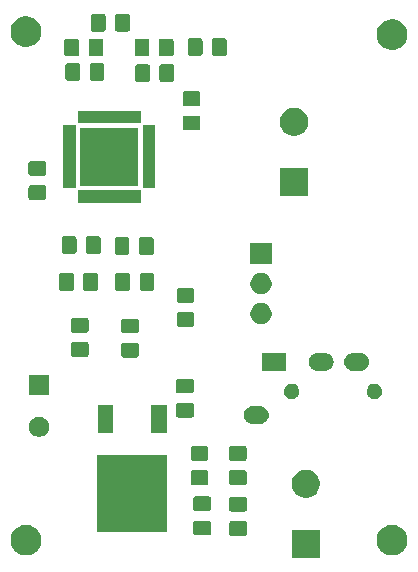
<source format=gbr>
G04 #@! TF.GenerationSoftware,KiCad,Pcbnew,(5.1.6)-1*
G04 #@! TF.CreationDate,2020-12-04T23:27:41-06:00*
G04 #@! TF.ProjectId,AmpOnly,416d704f-6e6c-4792-9e6b-696361645f70,rev?*
G04 #@! TF.SameCoordinates,Original*
G04 #@! TF.FileFunction,Soldermask,Bot*
G04 #@! TF.FilePolarity,Negative*
%FSLAX46Y46*%
G04 Gerber Fmt 4.6, Leading zero omitted, Abs format (unit mm)*
G04 Created by KiCad (PCBNEW (5.1.6)-1) date 2020-12-04 23:27:41*
%MOMM*%
%LPD*%
G01*
G04 APERTURE LIST*
%ADD10C,0.100000*%
G04 APERTURE END LIST*
D10*
G36*
X144994000Y-130844000D02*
G01*
X142606000Y-130844000D01*
X142606000Y-128456000D01*
X144994000Y-128456000D01*
X144994000Y-130844000D01*
G37*
G36*
X120479487Y-128098996D02*
G01*
X120716253Y-128197068D01*
X120716255Y-128197069D01*
X120929339Y-128339447D01*
X121110553Y-128520661D01*
X121249430Y-128728505D01*
X121252932Y-128733747D01*
X121351004Y-128970513D01*
X121401000Y-129221861D01*
X121401000Y-129478139D01*
X121351004Y-129729487D01*
X121252932Y-129966253D01*
X121252931Y-129966255D01*
X121110553Y-130179339D01*
X120929339Y-130360553D01*
X120716255Y-130502931D01*
X120716254Y-130502932D01*
X120716253Y-130502932D01*
X120479487Y-130601004D01*
X120228139Y-130651000D01*
X119971861Y-130651000D01*
X119720513Y-130601004D01*
X119483747Y-130502932D01*
X119483746Y-130502932D01*
X119483745Y-130502931D01*
X119270661Y-130360553D01*
X119089447Y-130179339D01*
X118947069Y-129966255D01*
X118947068Y-129966253D01*
X118848996Y-129729487D01*
X118799000Y-129478139D01*
X118799000Y-129221861D01*
X118848996Y-128970513D01*
X118947068Y-128733747D01*
X118950571Y-128728505D01*
X119089447Y-128520661D01*
X119270661Y-128339447D01*
X119483745Y-128197069D01*
X119483747Y-128197068D01*
X119720513Y-128098996D01*
X119971861Y-128049000D01*
X120228139Y-128049000D01*
X120479487Y-128098996D01*
G37*
G36*
X151479487Y-128098996D02*
G01*
X151716253Y-128197068D01*
X151716255Y-128197069D01*
X151929339Y-128339447D01*
X152110553Y-128520661D01*
X152249430Y-128728505D01*
X152252932Y-128733747D01*
X152351004Y-128970513D01*
X152401000Y-129221861D01*
X152401000Y-129478139D01*
X152351004Y-129729487D01*
X152252932Y-129966253D01*
X152252931Y-129966255D01*
X152110553Y-130179339D01*
X151929339Y-130360553D01*
X151716255Y-130502931D01*
X151716254Y-130502932D01*
X151716253Y-130502932D01*
X151479487Y-130601004D01*
X151228139Y-130651000D01*
X150971861Y-130651000D01*
X150720513Y-130601004D01*
X150483747Y-130502932D01*
X150483746Y-130502932D01*
X150483745Y-130502931D01*
X150270661Y-130360553D01*
X150089447Y-130179339D01*
X149947069Y-129966255D01*
X149947068Y-129966253D01*
X149848996Y-129729487D01*
X149799000Y-129478139D01*
X149799000Y-129221861D01*
X149848996Y-128970513D01*
X149947068Y-128733747D01*
X149950571Y-128728505D01*
X150089447Y-128520661D01*
X150270661Y-128339447D01*
X150483745Y-128197069D01*
X150483747Y-128197068D01*
X150720513Y-128098996D01*
X150971861Y-128049000D01*
X151228139Y-128049000D01*
X151479487Y-128098996D01*
G37*
G36*
X138649994Y-127740685D02*
G01*
X138687687Y-127752119D01*
X138722423Y-127770686D01*
X138752868Y-127795672D01*
X138777854Y-127826117D01*
X138796421Y-127860853D01*
X138807855Y-127898546D01*
X138812320Y-127943881D01*
X138812320Y-128780559D01*
X138807855Y-128825894D01*
X138796421Y-128863587D01*
X138777854Y-128898323D01*
X138752868Y-128928768D01*
X138722423Y-128953754D01*
X138687687Y-128972321D01*
X138649994Y-128983755D01*
X138604659Y-128988220D01*
X137517981Y-128988220D01*
X137472646Y-128983755D01*
X137434953Y-128972321D01*
X137400217Y-128953754D01*
X137369772Y-128928768D01*
X137344786Y-128898323D01*
X137326219Y-128863587D01*
X137314785Y-128825894D01*
X137310320Y-128780559D01*
X137310320Y-127943881D01*
X137314785Y-127898546D01*
X137326219Y-127860853D01*
X137344786Y-127826117D01*
X137369772Y-127795672D01*
X137400217Y-127770686D01*
X137434953Y-127752119D01*
X137472646Y-127740685D01*
X137517981Y-127736220D01*
X138604659Y-127736220D01*
X138649994Y-127740685D01*
G37*
G36*
X135604534Y-127700045D02*
G01*
X135642227Y-127711479D01*
X135676963Y-127730046D01*
X135707408Y-127755032D01*
X135732394Y-127785477D01*
X135750961Y-127820213D01*
X135762395Y-127857906D01*
X135766860Y-127903241D01*
X135766860Y-128739919D01*
X135762395Y-128785254D01*
X135750961Y-128822947D01*
X135732394Y-128857683D01*
X135707408Y-128888128D01*
X135676963Y-128913114D01*
X135642227Y-128931681D01*
X135604534Y-128943115D01*
X135559199Y-128947580D01*
X134472521Y-128947580D01*
X134427186Y-128943115D01*
X134389493Y-128931681D01*
X134354757Y-128913114D01*
X134324312Y-128888128D01*
X134299326Y-128857683D01*
X134280759Y-128822947D01*
X134269325Y-128785254D01*
X134264860Y-128739919D01*
X134264860Y-127903241D01*
X134269325Y-127857906D01*
X134280759Y-127820213D01*
X134299326Y-127785477D01*
X134324312Y-127755032D01*
X134354757Y-127730046D01*
X134389493Y-127711479D01*
X134427186Y-127700045D01*
X134472521Y-127695580D01*
X135559199Y-127695580D01*
X135604534Y-127700045D01*
G37*
G36*
X132051000Y-128651000D02*
G01*
X126149000Y-128651000D01*
X126149000Y-122149000D01*
X132051000Y-122149000D01*
X132051000Y-128651000D01*
G37*
G36*
X138649994Y-125690685D02*
G01*
X138687687Y-125702119D01*
X138722423Y-125720686D01*
X138752868Y-125745672D01*
X138777854Y-125776117D01*
X138796421Y-125810853D01*
X138807855Y-125848546D01*
X138812320Y-125893881D01*
X138812320Y-126730559D01*
X138807855Y-126775894D01*
X138796421Y-126813587D01*
X138777854Y-126848323D01*
X138752868Y-126878768D01*
X138722423Y-126903754D01*
X138687687Y-126922321D01*
X138649994Y-126933755D01*
X138604659Y-126938220D01*
X137517981Y-126938220D01*
X137472646Y-126933755D01*
X137434953Y-126922321D01*
X137400217Y-126903754D01*
X137369772Y-126878768D01*
X137344786Y-126848323D01*
X137326219Y-126813587D01*
X137314785Y-126775894D01*
X137310320Y-126730559D01*
X137310320Y-125893881D01*
X137314785Y-125848546D01*
X137326219Y-125810853D01*
X137344786Y-125776117D01*
X137369772Y-125745672D01*
X137400217Y-125720686D01*
X137434953Y-125702119D01*
X137472646Y-125690685D01*
X137517981Y-125686220D01*
X138604659Y-125686220D01*
X138649994Y-125690685D01*
G37*
G36*
X135604534Y-125650045D02*
G01*
X135642227Y-125661479D01*
X135676963Y-125680046D01*
X135707408Y-125705032D01*
X135732394Y-125735477D01*
X135750961Y-125770213D01*
X135762395Y-125807906D01*
X135766860Y-125853241D01*
X135766860Y-126689919D01*
X135762395Y-126735254D01*
X135750961Y-126772947D01*
X135732394Y-126807683D01*
X135707408Y-126838128D01*
X135676963Y-126863114D01*
X135642227Y-126881681D01*
X135604534Y-126893115D01*
X135559199Y-126897580D01*
X134472521Y-126897580D01*
X134427186Y-126893115D01*
X134389493Y-126881681D01*
X134354757Y-126863114D01*
X134324312Y-126838128D01*
X134299326Y-126807683D01*
X134280759Y-126772947D01*
X134269325Y-126735254D01*
X134264860Y-126689919D01*
X134264860Y-125853241D01*
X134269325Y-125807906D01*
X134280759Y-125770213D01*
X134299326Y-125735477D01*
X134324312Y-125705032D01*
X134354757Y-125680046D01*
X134389493Y-125661479D01*
X134427186Y-125650045D01*
X134472521Y-125645580D01*
X135559199Y-125645580D01*
X135604534Y-125650045D01*
G37*
G36*
X144148276Y-123421884D02*
G01*
X144365569Y-123511890D01*
X144365571Y-123511891D01*
X144374739Y-123518017D01*
X144561130Y-123642560D01*
X144727440Y-123808870D01*
X144858110Y-124004431D01*
X144948116Y-124221724D01*
X144994000Y-124452400D01*
X144994000Y-124687600D01*
X144948116Y-124918276D01*
X144858110Y-125135569D01*
X144858109Y-125135571D01*
X144727440Y-125331130D01*
X144561130Y-125497440D01*
X144365571Y-125628109D01*
X144365570Y-125628110D01*
X144365569Y-125628110D01*
X144148276Y-125718116D01*
X143917600Y-125764000D01*
X143682400Y-125764000D01*
X143451724Y-125718116D01*
X143234431Y-125628110D01*
X143234430Y-125628110D01*
X143234429Y-125628109D01*
X143038870Y-125497440D01*
X142872560Y-125331130D01*
X142741891Y-125135571D01*
X142741890Y-125135569D01*
X142651884Y-124918276D01*
X142606000Y-124687600D01*
X142606000Y-124452400D01*
X142651884Y-124221724D01*
X142741890Y-124004431D01*
X142872560Y-123808870D01*
X143038870Y-123642560D01*
X143225261Y-123518017D01*
X143234429Y-123511891D01*
X143234431Y-123511890D01*
X143451724Y-123421884D01*
X143682400Y-123376000D01*
X143917600Y-123376000D01*
X144148276Y-123421884D01*
G37*
G36*
X135394714Y-123432585D02*
G01*
X135432407Y-123444019D01*
X135467143Y-123462586D01*
X135497588Y-123487572D01*
X135522574Y-123518017D01*
X135541141Y-123552753D01*
X135552575Y-123590446D01*
X135557040Y-123635781D01*
X135557040Y-124472459D01*
X135552575Y-124517794D01*
X135541141Y-124555487D01*
X135522574Y-124590223D01*
X135497588Y-124620668D01*
X135467143Y-124645654D01*
X135432407Y-124664221D01*
X135394714Y-124675655D01*
X135349379Y-124680120D01*
X134262701Y-124680120D01*
X134217366Y-124675655D01*
X134179673Y-124664221D01*
X134144937Y-124645654D01*
X134114492Y-124620668D01*
X134089506Y-124590223D01*
X134070939Y-124555487D01*
X134059505Y-124517794D01*
X134055040Y-124472459D01*
X134055040Y-123635781D01*
X134059505Y-123590446D01*
X134070939Y-123552753D01*
X134089506Y-123518017D01*
X134114492Y-123487572D01*
X134144937Y-123462586D01*
X134179673Y-123444019D01*
X134217366Y-123432585D01*
X134262701Y-123428120D01*
X135349379Y-123428120D01*
X135394714Y-123432585D01*
G37*
G36*
X138620514Y-123432585D02*
G01*
X138658207Y-123444019D01*
X138692943Y-123462586D01*
X138723388Y-123487572D01*
X138748374Y-123518017D01*
X138766941Y-123552753D01*
X138778375Y-123590446D01*
X138782840Y-123635781D01*
X138782840Y-124472459D01*
X138778375Y-124517794D01*
X138766941Y-124555487D01*
X138748374Y-124590223D01*
X138723388Y-124620668D01*
X138692943Y-124645654D01*
X138658207Y-124664221D01*
X138620514Y-124675655D01*
X138575179Y-124680120D01*
X137488501Y-124680120D01*
X137443166Y-124675655D01*
X137405473Y-124664221D01*
X137370737Y-124645654D01*
X137340292Y-124620668D01*
X137315306Y-124590223D01*
X137296739Y-124555487D01*
X137285305Y-124517794D01*
X137280840Y-124472459D01*
X137280840Y-123635781D01*
X137285305Y-123590446D01*
X137296739Y-123552753D01*
X137315306Y-123518017D01*
X137340292Y-123487572D01*
X137370737Y-123462586D01*
X137405473Y-123444019D01*
X137443166Y-123432585D01*
X137488501Y-123428120D01*
X138575179Y-123428120D01*
X138620514Y-123432585D01*
G37*
G36*
X135394714Y-121382585D02*
G01*
X135432407Y-121394019D01*
X135467143Y-121412586D01*
X135497588Y-121437572D01*
X135522574Y-121468017D01*
X135541141Y-121502753D01*
X135552575Y-121540446D01*
X135557040Y-121585781D01*
X135557040Y-122422459D01*
X135552575Y-122467794D01*
X135541141Y-122505487D01*
X135522574Y-122540223D01*
X135497588Y-122570668D01*
X135467143Y-122595654D01*
X135432407Y-122614221D01*
X135394714Y-122625655D01*
X135349379Y-122630120D01*
X134262701Y-122630120D01*
X134217366Y-122625655D01*
X134179673Y-122614221D01*
X134144937Y-122595654D01*
X134114492Y-122570668D01*
X134089506Y-122540223D01*
X134070939Y-122505487D01*
X134059505Y-122467794D01*
X134055040Y-122422459D01*
X134055040Y-121585781D01*
X134059505Y-121540446D01*
X134070939Y-121502753D01*
X134089506Y-121468017D01*
X134114492Y-121437572D01*
X134144937Y-121412586D01*
X134179673Y-121394019D01*
X134217366Y-121382585D01*
X134262701Y-121378120D01*
X135349379Y-121378120D01*
X135394714Y-121382585D01*
G37*
G36*
X138620514Y-121382585D02*
G01*
X138658207Y-121394019D01*
X138692943Y-121412586D01*
X138723388Y-121437572D01*
X138748374Y-121468017D01*
X138766941Y-121502753D01*
X138778375Y-121540446D01*
X138782840Y-121585781D01*
X138782840Y-122422459D01*
X138778375Y-122467794D01*
X138766941Y-122505487D01*
X138748374Y-122540223D01*
X138723388Y-122570668D01*
X138692943Y-122595654D01*
X138658207Y-122614221D01*
X138620514Y-122625655D01*
X138575179Y-122630120D01*
X137488501Y-122630120D01*
X137443166Y-122625655D01*
X137405473Y-122614221D01*
X137370737Y-122595654D01*
X137340292Y-122570668D01*
X137315306Y-122540223D01*
X137296739Y-122505487D01*
X137285305Y-122467794D01*
X137280840Y-122422459D01*
X137280840Y-121585781D01*
X137285305Y-121540446D01*
X137296739Y-121502753D01*
X137315306Y-121468017D01*
X137340292Y-121437572D01*
X137370737Y-121412586D01*
X137405473Y-121394019D01*
X137443166Y-121382585D01*
X137488501Y-121378120D01*
X138575179Y-121378120D01*
X138620514Y-121382585D01*
G37*
G36*
X121448228Y-118931703D02*
G01*
X121603100Y-118995853D01*
X121742481Y-119088985D01*
X121861015Y-119207519D01*
X121954147Y-119346900D01*
X122018297Y-119501772D01*
X122051000Y-119666184D01*
X122051000Y-119833816D01*
X122018297Y-119998228D01*
X121954147Y-120153100D01*
X121861015Y-120292481D01*
X121742481Y-120411015D01*
X121603100Y-120504147D01*
X121448228Y-120568297D01*
X121283816Y-120601000D01*
X121116184Y-120601000D01*
X120951772Y-120568297D01*
X120796900Y-120504147D01*
X120657519Y-120411015D01*
X120538985Y-120292481D01*
X120445853Y-120153100D01*
X120381703Y-119998228D01*
X120349000Y-119833816D01*
X120349000Y-119666184D01*
X120381703Y-119501772D01*
X120445853Y-119346900D01*
X120538985Y-119207519D01*
X120657519Y-119088985D01*
X120796900Y-118995853D01*
X120951772Y-118931703D01*
X121116184Y-118899000D01*
X121283816Y-118899000D01*
X121448228Y-118931703D01*
G37*
G36*
X127471000Y-120251000D02*
G01*
X126169000Y-120251000D01*
X126169000Y-117949000D01*
X127471000Y-117949000D01*
X127471000Y-120251000D01*
G37*
G36*
X132031000Y-120251000D02*
G01*
X130729000Y-120251000D01*
X130729000Y-117949000D01*
X132031000Y-117949000D01*
X132031000Y-120251000D01*
G37*
G36*
X139973665Y-118002622D02*
G01*
X140047222Y-118009867D01*
X140188786Y-118052810D01*
X140319252Y-118122546D01*
X140349040Y-118146992D01*
X140433607Y-118216393D01*
X140503008Y-118300960D01*
X140527454Y-118330748D01*
X140597190Y-118461214D01*
X140640133Y-118602778D01*
X140654633Y-118750000D01*
X140640133Y-118897222D01*
X140597190Y-119038786D01*
X140527454Y-119169252D01*
X140503008Y-119199040D01*
X140433607Y-119283607D01*
X140349040Y-119353008D01*
X140319252Y-119377454D01*
X140188786Y-119447190D01*
X140047222Y-119490133D01*
X139973665Y-119497378D01*
X139936888Y-119501000D01*
X139263112Y-119501000D01*
X139226335Y-119497378D01*
X139152778Y-119490133D01*
X139011214Y-119447190D01*
X138880748Y-119377454D01*
X138850960Y-119353008D01*
X138766393Y-119283607D01*
X138696992Y-119199040D01*
X138672546Y-119169252D01*
X138602810Y-119038786D01*
X138559867Y-118897222D01*
X138545367Y-118750000D01*
X138559867Y-118602778D01*
X138602810Y-118461214D01*
X138672546Y-118330748D01*
X138696992Y-118300960D01*
X138766393Y-118216393D01*
X138850960Y-118146992D01*
X138880748Y-118122546D01*
X139011214Y-118052810D01*
X139152778Y-118009867D01*
X139226335Y-118002622D01*
X139263112Y-117999000D01*
X139936888Y-117999000D01*
X139973665Y-118002622D01*
G37*
G36*
X134153874Y-117727065D02*
G01*
X134191567Y-117738499D01*
X134226303Y-117757066D01*
X134256748Y-117782052D01*
X134281734Y-117812497D01*
X134300301Y-117847233D01*
X134311735Y-117884926D01*
X134316200Y-117930261D01*
X134316200Y-118766939D01*
X134311735Y-118812274D01*
X134300301Y-118849967D01*
X134281734Y-118884703D01*
X134256748Y-118915148D01*
X134226303Y-118940134D01*
X134191567Y-118958701D01*
X134153874Y-118970135D01*
X134108539Y-118974600D01*
X133021861Y-118974600D01*
X132976526Y-118970135D01*
X132938833Y-118958701D01*
X132904097Y-118940134D01*
X132873652Y-118915148D01*
X132848666Y-118884703D01*
X132830099Y-118849967D01*
X132818665Y-118812274D01*
X132814200Y-118766939D01*
X132814200Y-117930261D01*
X132818665Y-117884926D01*
X132830099Y-117847233D01*
X132848666Y-117812497D01*
X132873652Y-117782052D01*
X132904097Y-117757066D01*
X132938833Y-117738499D01*
X132976526Y-117727065D01*
X133021861Y-117722600D01*
X134108539Y-117722600D01*
X134153874Y-117727065D01*
G37*
G36*
X142789890Y-116124017D02*
G01*
X142908364Y-116173091D01*
X143014988Y-116244335D01*
X143105665Y-116335012D01*
X143176910Y-116441638D01*
X143225983Y-116560110D01*
X143251000Y-116685881D01*
X143251000Y-116814119D01*
X143244881Y-116844882D01*
X143225983Y-116939890D01*
X143176909Y-117058364D01*
X143105665Y-117164988D01*
X143014988Y-117255665D01*
X142908364Y-117326909D01*
X142908363Y-117326910D01*
X142908362Y-117326910D01*
X142789890Y-117375983D01*
X142664119Y-117401000D01*
X142535881Y-117401000D01*
X142410110Y-117375983D01*
X142291638Y-117326910D01*
X142291637Y-117326910D01*
X142291636Y-117326909D01*
X142185012Y-117255665D01*
X142094335Y-117164988D01*
X142023091Y-117058364D01*
X141974017Y-116939890D01*
X141955119Y-116844882D01*
X141949000Y-116814119D01*
X141949000Y-116685881D01*
X141974017Y-116560110D01*
X142023090Y-116441638D01*
X142094335Y-116335012D01*
X142185012Y-116244335D01*
X142291636Y-116173091D01*
X142410110Y-116124017D01*
X142535881Y-116099000D01*
X142664119Y-116099000D01*
X142789890Y-116124017D01*
G37*
G36*
X149789890Y-116124017D02*
G01*
X149908364Y-116173091D01*
X150014988Y-116244335D01*
X150105665Y-116335012D01*
X150176910Y-116441638D01*
X150225983Y-116560110D01*
X150251000Y-116685881D01*
X150251000Y-116814119D01*
X150244881Y-116844882D01*
X150225983Y-116939890D01*
X150176909Y-117058364D01*
X150105665Y-117164988D01*
X150014988Y-117255665D01*
X149908364Y-117326909D01*
X149908363Y-117326910D01*
X149908362Y-117326910D01*
X149789890Y-117375983D01*
X149664119Y-117401000D01*
X149535881Y-117401000D01*
X149410110Y-117375983D01*
X149291638Y-117326910D01*
X149291637Y-117326910D01*
X149291636Y-117326909D01*
X149185012Y-117255665D01*
X149094335Y-117164988D01*
X149023091Y-117058364D01*
X148974017Y-116939890D01*
X148955119Y-116844882D01*
X148949000Y-116814119D01*
X148949000Y-116685881D01*
X148974017Y-116560110D01*
X149023090Y-116441638D01*
X149094335Y-116335012D01*
X149185012Y-116244335D01*
X149291636Y-116173091D01*
X149410110Y-116124017D01*
X149535881Y-116099000D01*
X149664119Y-116099000D01*
X149789890Y-116124017D01*
G37*
G36*
X122051000Y-117101000D02*
G01*
X120349000Y-117101000D01*
X120349000Y-115399000D01*
X122051000Y-115399000D01*
X122051000Y-117101000D01*
G37*
G36*
X134153874Y-115677065D02*
G01*
X134191567Y-115688499D01*
X134226303Y-115707066D01*
X134256748Y-115732052D01*
X134281734Y-115762497D01*
X134300301Y-115797233D01*
X134311735Y-115834926D01*
X134316200Y-115880261D01*
X134316200Y-116716939D01*
X134311735Y-116762274D01*
X134300301Y-116799967D01*
X134281734Y-116834703D01*
X134256748Y-116865148D01*
X134226303Y-116890134D01*
X134191567Y-116908701D01*
X134153874Y-116920135D01*
X134108539Y-116924600D01*
X133021861Y-116924600D01*
X132976526Y-116920135D01*
X132938833Y-116908701D01*
X132904097Y-116890134D01*
X132873652Y-116865148D01*
X132848666Y-116834703D01*
X132830099Y-116799967D01*
X132818665Y-116762274D01*
X132814200Y-116716939D01*
X132814200Y-115880261D01*
X132818665Y-115834926D01*
X132830099Y-115797233D01*
X132848666Y-115762497D01*
X132873652Y-115732052D01*
X132904097Y-115707066D01*
X132938833Y-115688499D01*
X132976526Y-115677065D01*
X133021861Y-115672600D01*
X134108539Y-115672600D01*
X134153874Y-115677065D01*
G37*
G36*
X145473665Y-113502622D02*
G01*
X145547222Y-113509867D01*
X145688786Y-113552810D01*
X145819252Y-113622546D01*
X145849040Y-113646992D01*
X145933607Y-113716393D01*
X145978952Y-113771648D01*
X146027454Y-113830748D01*
X146097190Y-113961214D01*
X146140133Y-114102778D01*
X146154633Y-114250000D01*
X146140133Y-114397222D01*
X146097190Y-114538786D01*
X146027454Y-114669252D01*
X146003008Y-114699040D01*
X145933607Y-114783607D01*
X145849040Y-114853008D01*
X145819252Y-114877454D01*
X145688786Y-114947190D01*
X145547222Y-114990133D01*
X145473665Y-114997378D01*
X145436888Y-115001000D01*
X144763112Y-115001000D01*
X144726335Y-114997378D01*
X144652778Y-114990133D01*
X144511214Y-114947190D01*
X144380748Y-114877454D01*
X144350960Y-114853008D01*
X144266393Y-114783607D01*
X144196992Y-114699040D01*
X144172546Y-114669252D01*
X144102810Y-114538786D01*
X144059867Y-114397222D01*
X144045367Y-114250000D01*
X144059867Y-114102778D01*
X144102810Y-113961214D01*
X144172546Y-113830748D01*
X144221048Y-113771648D01*
X144266393Y-113716393D01*
X144350960Y-113646992D01*
X144380748Y-113622546D01*
X144511214Y-113552810D01*
X144652778Y-113509867D01*
X144726335Y-113502622D01*
X144763112Y-113499000D01*
X145436888Y-113499000D01*
X145473665Y-113502622D01*
G37*
G36*
X148473665Y-113502622D02*
G01*
X148547222Y-113509867D01*
X148688786Y-113552810D01*
X148819252Y-113622546D01*
X148849040Y-113646992D01*
X148933607Y-113716393D01*
X148978952Y-113771648D01*
X149027454Y-113830748D01*
X149097190Y-113961214D01*
X149140133Y-114102778D01*
X149154633Y-114250000D01*
X149140133Y-114397222D01*
X149097190Y-114538786D01*
X149027454Y-114669252D01*
X149003008Y-114699040D01*
X148933607Y-114783607D01*
X148849040Y-114853008D01*
X148819252Y-114877454D01*
X148688786Y-114947190D01*
X148547222Y-114990133D01*
X148473665Y-114997378D01*
X148436888Y-115001000D01*
X147763112Y-115001000D01*
X147726335Y-114997378D01*
X147652778Y-114990133D01*
X147511214Y-114947190D01*
X147380748Y-114877454D01*
X147350960Y-114853008D01*
X147266393Y-114783607D01*
X147196992Y-114699040D01*
X147172546Y-114669252D01*
X147102810Y-114538786D01*
X147059867Y-114397222D01*
X147045367Y-114250000D01*
X147059867Y-114102778D01*
X147102810Y-113961214D01*
X147172546Y-113830748D01*
X147221048Y-113771648D01*
X147266393Y-113716393D01*
X147350960Y-113646992D01*
X147380748Y-113622546D01*
X147511214Y-113552810D01*
X147652778Y-113509867D01*
X147726335Y-113502622D01*
X147763112Y-113499000D01*
X148436888Y-113499000D01*
X148473665Y-113502622D01*
G37*
G36*
X142151000Y-115001000D02*
G01*
X140049000Y-115001000D01*
X140049000Y-113499000D01*
X142151000Y-113499000D01*
X142151000Y-115001000D01*
G37*
G36*
X129500594Y-112644525D02*
G01*
X129538287Y-112655959D01*
X129573023Y-112674526D01*
X129603468Y-112699512D01*
X129628454Y-112729957D01*
X129647021Y-112764693D01*
X129658455Y-112802386D01*
X129662920Y-112847721D01*
X129662920Y-113684399D01*
X129658455Y-113729734D01*
X129647021Y-113767427D01*
X129628454Y-113802163D01*
X129603468Y-113832608D01*
X129573023Y-113857594D01*
X129538287Y-113876161D01*
X129500594Y-113887595D01*
X129455259Y-113892060D01*
X128368581Y-113892060D01*
X128323246Y-113887595D01*
X128285553Y-113876161D01*
X128250817Y-113857594D01*
X128220372Y-113832608D01*
X128195386Y-113802163D01*
X128176819Y-113767427D01*
X128165385Y-113729734D01*
X128160920Y-113684399D01*
X128160920Y-112847721D01*
X128165385Y-112802386D01*
X128176819Y-112764693D01*
X128195386Y-112729957D01*
X128220372Y-112699512D01*
X128250817Y-112674526D01*
X128285553Y-112655959D01*
X128323246Y-112644525D01*
X128368581Y-112640060D01*
X129455259Y-112640060D01*
X129500594Y-112644525D01*
G37*
G36*
X125246094Y-112583565D02*
G01*
X125283787Y-112594999D01*
X125318523Y-112613566D01*
X125348968Y-112638552D01*
X125373954Y-112668997D01*
X125392521Y-112703733D01*
X125403955Y-112741426D01*
X125408420Y-112786761D01*
X125408420Y-113623439D01*
X125403955Y-113668774D01*
X125392521Y-113706467D01*
X125373954Y-113741203D01*
X125348968Y-113771648D01*
X125318523Y-113796634D01*
X125283787Y-113815201D01*
X125246094Y-113826635D01*
X125200759Y-113831100D01*
X124114081Y-113831100D01*
X124068746Y-113826635D01*
X124031053Y-113815201D01*
X123996317Y-113796634D01*
X123965872Y-113771648D01*
X123940886Y-113741203D01*
X123922319Y-113706467D01*
X123910885Y-113668774D01*
X123906420Y-113623439D01*
X123906420Y-112786761D01*
X123910885Y-112741426D01*
X123922319Y-112703733D01*
X123940886Y-112668997D01*
X123965872Y-112638552D01*
X123996317Y-112613566D01*
X124031053Y-112594999D01*
X124068746Y-112583565D01*
X124114081Y-112579100D01*
X125200759Y-112579100D01*
X125246094Y-112583565D01*
G37*
G36*
X129500594Y-110594525D02*
G01*
X129538287Y-110605959D01*
X129573023Y-110624526D01*
X129603468Y-110649512D01*
X129628454Y-110679957D01*
X129647021Y-110714693D01*
X129658455Y-110752386D01*
X129662920Y-110797721D01*
X129662920Y-111634399D01*
X129658455Y-111679734D01*
X129647021Y-111717427D01*
X129628454Y-111752163D01*
X129603468Y-111782608D01*
X129573023Y-111807594D01*
X129538287Y-111826161D01*
X129500594Y-111837595D01*
X129455259Y-111842060D01*
X128368581Y-111842060D01*
X128323246Y-111837595D01*
X128285553Y-111826161D01*
X128250817Y-111807594D01*
X128220372Y-111782608D01*
X128195386Y-111752163D01*
X128176819Y-111717427D01*
X128165385Y-111679734D01*
X128160920Y-111634399D01*
X128160920Y-110797721D01*
X128165385Y-110752386D01*
X128176819Y-110714693D01*
X128195386Y-110679957D01*
X128220372Y-110649512D01*
X128250817Y-110624526D01*
X128285553Y-110605959D01*
X128323246Y-110594525D01*
X128368581Y-110590060D01*
X129455259Y-110590060D01*
X129500594Y-110594525D01*
G37*
G36*
X125246094Y-110533565D02*
G01*
X125283787Y-110544999D01*
X125318523Y-110563566D01*
X125348968Y-110588552D01*
X125373954Y-110618997D01*
X125392521Y-110653733D01*
X125403955Y-110691426D01*
X125408420Y-110736761D01*
X125408420Y-111573439D01*
X125403955Y-111618774D01*
X125392521Y-111656467D01*
X125373954Y-111691203D01*
X125348968Y-111721648D01*
X125318523Y-111746634D01*
X125283787Y-111765201D01*
X125246094Y-111776635D01*
X125200759Y-111781100D01*
X124114081Y-111781100D01*
X124068746Y-111776635D01*
X124031053Y-111765201D01*
X123996317Y-111746634D01*
X123965872Y-111721648D01*
X123940886Y-111691203D01*
X123922319Y-111656467D01*
X123910885Y-111618774D01*
X123906420Y-111573439D01*
X123906420Y-110736761D01*
X123910885Y-110691426D01*
X123922319Y-110653733D01*
X123940886Y-110618997D01*
X123965872Y-110588552D01*
X123996317Y-110563566D01*
X124031053Y-110544999D01*
X124068746Y-110533565D01*
X124114081Y-110529100D01*
X125200759Y-110529100D01*
X125246094Y-110533565D01*
G37*
G36*
X134207214Y-110046105D02*
G01*
X134244907Y-110057539D01*
X134279643Y-110076106D01*
X134310088Y-110101092D01*
X134335074Y-110131537D01*
X134353641Y-110166273D01*
X134365075Y-110203966D01*
X134369540Y-110249301D01*
X134369540Y-111085979D01*
X134365075Y-111131314D01*
X134353641Y-111169007D01*
X134335074Y-111203743D01*
X134310088Y-111234188D01*
X134279643Y-111259174D01*
X134244907Y-111277741D01*
X134207214Y-111289175D01*
X134161879Y-111293640D01*
X133075201Y-111293640D01*
X133029866Y-111289175D01*
X132992173Y-111277741D01*
X132957437Y-111259174D01*
X132926992Y-111234188D01*
X132902006Y-111203743D01*
X132883439Y-111169007D01*
X132872005Y-111131314D01*
X132867540Y-111085979D01*
X132867540Y-110249301D01*
X132872005Y-110203966D01*
X132883439Y-110166273D01*
X132902006Y-110131537D01*
X132926992Y-110101092D01*
X132957437Y-110076106D01*
X132992173Y-110057539D01*
X133029866Y-110046105D01*
X133075201Y-110041640D01*
X134161879Y-110041640D01*
X134207214Y-110046105D01*
G37*
G36*
X140113512Y-109283927D02*
G01*
X140262812Y-109313624D01*
X140426784Y-109381544D01*
X140574354Y-109480147D01*
X140699853Y-109605646D01*
X140798456Y-109753216D01*
X140866376Y-109917188D01*
X140901000Y-110091259D01*
X140901000Y-110268741D01*
X140866376Y-110442812D01*
X140798456Y-110606784D01*
X140699853Y-110754354D01*
X140574354Y-110879853D01*
X140426784Y-110978456D01*
X140262812Y-111046376D01*
X140113512Y-111076073D01*
X140088742Y-111081000D01*
X139911258Y-111081000D01*
X139886488Y-111076073D01*
X139737188Y-111046376D01*
X139573216Y-110978456D01*
X139425646Y-110879853D01*
X139300147Y-110754354D01*
X139201544Y-110606784D01*
X139133624Y-110442812D01*
X139099000Y-110268741D01*
X139099000Y-110091259D01*
X139133624Y-109917188D01*
X139201544Y-109753216D01*
X139300147Y-109605646D01*
X139425646Y-109480147D01*
X139573216Y-109381544D01*
X139737188Y-109313624D01*
X139886488Y-109283927D01*
X139911258Y-109279000D01*
X140088742Y-109279000D01*
X140113512Y-109283927D01*
G37*
G36*
X134207214Y-107996105D02*
G01*
X134244907Y-108007539D01*
X134279643Y-108026106D01*
X134310088Y-108051092D01*
X134335074Y-108081537D01*
X134353641Y-108116273D01*
X134365075Y-108153966D01*
X134369540Y-108199301D01*
X134369540Y-109035979D01*
X134365075Y-109081314D01*
X134353641Y-109119007D01*
X134335074Y-109153743D01*
X134310088Y-109184188D01*
X134279643Y-109209174D01*
X134244907Y-109227741D01*
X134207214Y-109239175D01*
X134161879Y-109243640D01*
X133075201Y-109243640D01*
X133029866Y-109239175D01*
X132992173Y-109227741D01*
X132957437Y-109209174D01*
X132926992Y-109184188D01*
X132902006Y-109153743D01*
X132883439Y-109119007D01*
X132872005Y-109081314D01*
X132867540Y-109035979D01*
X132867540Y-108199301D01*
X132872005Y-108153966D01*
X132883439Y-108116273D01*
X132902006Y-108081537D01*
X132926992Y-108051092D01*
X132957437Y-108026106D01*
X132992173Y-108007539D01*
X133029866Y-107996105D01*
X133075201Y-107991640D01*
X134161879Y-107991640D01*
X134207214Y-107996105D01*
G37*
G36*
X140113512Y-106743927D02*
G01*
X140262812Y-106773624D01*
X140426784Y-106841544D01*
X140574354Y-106940147D01*
X140699853Y-107065646D01*
X140798456Y-107213216D01*
X140866376Y-107377188D01*
X140901000Y-107551259D01*
X140901000Y-107728741D01*
X140866376Y-107902812D01*
X140798456Y-108066784D01*
X140699853Y-108214354D01*
X140574354Y-108339853D01*
X140426784Y-108438456D01*
X140262812Y-108506376D01*
X140113512Y-108536073D01*
X140088742Y-108541000D01*
X139911258Y-108541000D01*
X139886488Y-108536073D01*
X139737188Y-108506376D01*
X139573216Y-108438456D01*
X139425646Y-108339853D01*
X139300147Y-108214354D01*
X139201544Y-108066784D01*
X139133624Y-107902812D01*
X139099000Y-107728741D01*
X139099000Y-107551259D01*
X139133624Y-107377188D01*
X139201544Y-107213216D01*
X139300147Y-107065646D01*
X139425646Y-106940147D01*
X139573216Y-106841544D01*
X139737188Y-106773624D01*
X139886488Y-106743927D01*
X139911258Y-106739000D01*
X140088742Y-106739000D01*
X140113512Y-106743927D01*
G37*
G36*
X126047034Y-106734565D02*
G01*
X126084727Y-106745999D01*
X126119463Y-106764566D01*
X126149908Y-106789552D01*
X126174894Y-106819997D01*
X126193461Y-106854733D01*
X126204895Y-106892426D01*
X126209360Y-106937761D01*
X126209360Y-108024439D01*
X126204895Y-108069774D01*
X126193461Y-108107467D01*
X126174894Y-108142203D01*
X126149908Y-108172648D01*
X126119463Y-108197634D01*
X126084727Y-108216201D01*
X126047034Y-108227635D01*
X126001699Y-108232100D01*
X125165021Y-108232100D01*
X125119686Y-108227635D01*
X125081993Y-108216201D01*
X125047257Y-108197634D01*
X125016812Y-108172648D01*
X124991826Y-108142203D01*
X124973259Y-108107467D01*
X124961825Y-108069774D01*
X124957360Y-108024439D01*
X124957360Y-106937761D01*
X124961825Y-106892426D01*
X124973259Y-106854733D01*
X124991826Y-106819997D01*
X125016812Y-106789552D01*
X125047257Y-106764566D01*
X125081993Y-106745999D01*
X125119686Y-106734565D01*
X125165021Y-106730100D01*
X126001699Y-106730100D01*
X126047034Y-106734565D01*
G37*
G36*
X123997034Y-106734565D02*
G01*
X124034727Y-106745999D01*
X124069463Y-106764566D01*
X124099908Y-106789552D01*
X124124894Y-106819997D01*
X124143461Y-106854733D01*
X124154895Y-106892426D01*
X124159360Y-106937761D01*
X124159360Y-108024439D01*
X124154895Y-108069774D01*
X124143461Y-108107467D01*
X124124894Y-108142203D01*
X124099908Y-108172648D01*
X124069463Y-108197634D01*
X124034727Y-108216201D01*
X123997034Y-108227635D01*
X123951699Y-108232100D01*
X123115021Y-108232100D01*
X123069686Y-108227635D01*
X123031993Y-108216201D01*
X122997257Y-108197634D01*
X122966812Y-108172648D01*
X122941826Y-108142203D01*
X122923259Y-108107467D01*
X122911825Y-108069774D01*
X122907360Y-108024439D01*
X122907360Y-106937761D01*
X122911825Y-106892426D01*
X122923259Y-106854733D01*
X122941826Y-106819997D01*
X122966812Y-106789552D01*
X122997257Y-106764566D01*
X123031993Y-106745999D01*
X123069686Y-106734565D01*
X123115021Y-106730100D01*
X123951699Y-106730100D01*
X123997034Y-106734565D01*
G37*
G36*
X128756994Y-106734565D02*
G01*
X128794687Y-106745999D01*
X128829423Y-106764566D01*
X128859868Y-106789552D01*
X128884854Y-106819997D01*
X128903421Y-106854733D01*
X128914855Y-106892426D01*
X128919320Y-106937761D01*
X128919320Y-108024439D01*
X128914855Y-108069774D01*
X128903421Y-108107467D01*
X128884854Y-108142203D01*
X128859868Y-108172648D01*
X128829423Y-108197634D01*
X128794687Y-108216201D01*
X128756994Y-108227635D01*
X128711659Y-108232100D01*
X127874981Y-108232100D01*
X127829646Y-108227635D01*
X127791953Y-108216201D01*
X127757217Y-108197634D01*
X127726772Y-108172648D01*
X127701786Y-108142203D01*
X127683219Y-108107467D01*
X127671785Y-108069774D01*
X127667320Y-108024439D01*
X127667320Y-106937761D01*
X127671785Y-106892426D01*
X127683219Y-106854733D01*
X127701786Y-106819997D01*
X127726772Y-106789552D01*
X127757217Y-106764566D01*
X127791953Y-106745999D01*
X127829646Y-106734565D01*
X127874981Y-106730100D01*
X128711659Y-106730100D01*
X128756994Y-106734565D01*
G37*
G36*
X130806994Y-106734565D02*
G01*
X130844687Y-106745999D01*
X130879423Y-106764566D01*
X130909868Y-106789552D01*
X130934854Y-106819997D01*
X130953421Y-106854733D01*
X130964855Y-106892426D01*
X130969320Y-106937761D01*
X130969320Y-108024439D01*
X130964855Y-108069774D01*
X130953421Y-108107467D01*
X130934854Y-108142203D01*
X130909868Y-108172648D01*
X130879423Y-108197634D01*
X130844687Y-108216201D01*
X130806994Y-108227635D01*
X130761659Y-108232100D01*
X129924981Y-108232100D01*
X129879646Y-108227635D01*
X129841953Y-108216201D01*
X129807217Y-108197634D01*
X129776772Y-108172648D01*
X129751786Y-108142203D01*
X129733219Y-108107467D01*
X129721785Y-108069774D01*
X129717320Y-108024439D01*
X129717320Y-106937761D01*
X129721785Y-106892426D01*
X129733219Y-106854733D01*
X129751786Y-106819997D01*
X129776772Y-106789552D01*
X129807217Y-106764566D01*
X129841953Y-106745999D01*
X129879646Y-106734565D01*
X129924981Y-106730100D01*
X130761659Y-106730100D01*
X130806994Y-106734565D01*
G37*
G36*
X140901000Y-106001000D02*
G01*
X139099000Y-106001000D01*
X139099000Y-104199000D01*
X140901000Y-104199000D01*
X140901000Y-106001000D01*
G37*
G36*
X130756194Y-103701805D02*
G01*
X130793887Y-103713239D01*
X130828623Y-103731806D01*
X130859068Y-103756792D01*
X130884054Y-103787237D01*
X130902621Y-103821973D01*
X130914055Y-103859666D01*
X130918520Y-103905001D01*
X130918520Y-104991679D01*
X130914055Y-105037014D01*
X130902621Y-105074707D01*
X130884054Y-105109443D01*
X130859068Y-105139888D01*
X130828623Y-105164874D01*
X130793887Y-105183441D01*
X130756194Y-105194875D01*
X130710859Y-105199340D01*
X129874181Y-105199340D01*
X129828846Y-105194875D01*
X129791153Y-105183441D01*
X129756417Y-105164874D01*
X129725972Y-105139888D01*
X129700986Y-105109443D01*
X129682419Y-105074707D01*
X129670985Y-105037014D01*
X129666520Y-104991679D01*
X129666520Y-103905001D01*
X129670985Y-103859666D01*
X129682419Y-103821973D01*
X129700986Y-103787237D01*
X129725972Y-103756792D01*
X129756417Y-103731806D01*
X129791153Y-103713239D01*
X129828846Y-103701805D01*
X129874181Y-103697340D01*
X130710859Y-103697340D01*
X130756194Y-103701805D01*
G37*
G36*
X128706194Y-103701805D02*
G01*
X128743887Y-103713239D01*
X128778623Y-103731806D01*
X128809068Y-103756792D01*
X128834054Y-103787237D01*
X128852621Y-103821973D01*
X128864055Y-103859666D01*
X128868520Y-103905001D01*
X128868520Y-104991679D01*
X128864055Y-105037014D01*
X128852621Y-105074707D01*
X128834054Y-105109443D01*
X128809068Y-105139888D01*
X128778623Y-105164874D01*
X128743887Y-105183441D01*
X128706194Y-105194875D01*
X128660859Y-105199340D01*
X127824181Y-105199340D01*
X127778846Y-105194875D01*
X127741153Y-105183441D01*
X127706417Y-105164874D01*
X127675972Y-105139888D01*
X127650986Y-105109443D01*
X127632419Y-105074707D01*
X127620985Y-105037014D01*
X127616520Y-104991679D01*
X127616520Y-103905001D01*
X127620985Y-103859666D01*
X127632419Y-103821973D01*
X127650986Y-103787237D01*
X127675972Y-103756792D01*
X127706417Y-103731806D01*
X127741153Y-103713239D01*
X127778846Y-103701805D01*
X127824181Y-103697340D01*
X128660859Y-103697340D01*
X128706194Y-103701805D01*
G37*
G36*
X126273094Y-103612905D02*
G01*
X126310787Y-103624339D01*
X126345523Y-103642906D01*
X126375968Y-103667892D01*
X126400954Y-103698337D01*
X126419521Y-103733073D01*
X126430955Y-103770766D01*
X126435420Y-103816101D01*
X126435420Y-104902779D01*
X126430955Y-104948114D01*
X126419521Y-104985807D01*
X126400954Y-105020543D01*
X126375968Y-105050988D01*
X126345523Y-105075974D01*
X126310787Y-105094541D01*
X126273094Y-105105975D01*
X126227759Y-105110440D01*
X125391081Y-105110440D01*
X125345746Y-105105975D01*
X125308053Y-105094541D01*
X125273317Y-105075974D01*
X125242872Y-105050988D01*
X125217886Y-105020543D01*
X125199319Y-104985807D01*
X125187885Y-104948114D01*
X125183420Y-104902779D01*
X125183420Y-103816101D01*
X125187885Y-103770766D01*
X125199319Y-103733073D01*
X125217886Y-103698337D01*
X125242872Y-103667892D01*
X125273317Y-103642906D01*
X125308053Y-103624339D01*
X125345746Y-103612905D01*
X125391081Y-103608440D01*
X126227759Y-103608440D01*
X126273094Y-103612905D01*
G37*
G36*
X124223094Y-103612905D02*
G01*
X124260787Y-103624339D01*
X124295523Y-103642906D01*
X124325968Y-103667892D01*
X124350954Y-103698337D01*
X124369521Y-103733073D01*
X124380955Y-103770766D01*
X124385420Y-103816101D01*
X124385420Y-104902779D01*
X124380955Y-104948114D01*
X124369521Y-104985807D01*
X124350954Y-105020543D01*
X124325968Y-105050988D01*
X124295523Y-105075974D01*
X124260787Y-105094541D01*
X124223094Y-105105975D01*
X124177759Y-105110440D01*
X123341081Y-105110440D01*
X123295746Y-105105975D01*
X123258053Y-105094541D01*
X123223317Y-105075974D01*
X123192872Y-105050988D01*
X123167886Y-105020543D01*
X123149319Y-104985807D01*
X123137885Y-104948114D01*
X123133420Y-104902779D01*
X123133420Y-103816101D01*
X123137885Y-103770766D01*
X123149319Y-103733073D01*
X123167886Y-103698337D01*
X123192872Y-103667892D01*
X123223317Y-103642906D01*
X123258053Y-103624339D01*
X123295746Y-103612905D01*
X123341081Y-103608440D01*
X124177759Y-103608440D01*
X124223094Y-103612905D01*
G37*
G36*
X129828000Y-100811800D02*
G01*
X124472000Y-100811800D01*
X124472000Y-99744600D01*
X129828000Y-99744600D01*
X129828000Y-100811800D01*
G37*
G36*
X121654534Y-99299365D02*
G01*
X121692227Y-99310799D01*
X121726963Y-99329366D01*
X121757408Y-99354352D01*
X121782394Y-99384797D01*
X121800961Y-99419533D01*
X121812395Y-99457226D01*
X121816860Y-99502561D01*
X121816860Y-100339239D01*
X121812395Y-100384574D01*
X121800961Y-100422267D01*
X121782394Y-100457003D01*
X121757408Y-100487448D01*
X121726963Y-100512434D01*
X121692227Y-100531001D01*
X121654534Y-100542435D01*
X121609199Y-100546900D01*
X120522521Y-100546900D01*
X120477186Y-100542435D01*
X120439493Y-100531001D01*
X120404757Y-100512434D01*
X120374312Y-100487448D01*
X120349326Y-100457003D01*
X120330759Y-100422267D01*
X120319325Y-100384574D01*
X120314860Y-100339239D01*
X120314860Y-99502561D01*
X120319325Y-99457226D01*
X120330759Y-99419533D01*
X120349326Y-99384797D01*
X120374312Y-99354352D01*
X120404757Y-99329366D01*
X120439493Y-99310799D01*
X120477186Y-99299365D01*
X120522521Y-99294900D01*
X121609199Y-99294900D01*
X121654534Y-99299365D01*
G37*
G36*
X143994000Y-100194000D02*
G01*
X141606000Y-100194000D01*
X141606000Y-97806000D01*
X143994000Y-97806000D01*
X143994000Y-100194000D01*
G37*
G36*
X124305400Y-99578000D02*
G01*
X123238200Y-99578000D01*
X123238200Y-94222000D01*
X124305400Y-94222000D01*
X124305400Y-99578000D01*
G37*
G36*
X131061800Y-99578000D02*
G01*
X129994600Y-99578000D01*
X129994600Y-94222000D01*
X131061800Y-94222000D01*
X131061800Y-99578000D01*
G37*
G36*
X129626700Y-99376700D02*
G01*
X124673300Y-99376700D01*
X124673300Y-94423300D01*
X129626700Y-94423300D01*
X129626700Y-99376700D01*
G37*
G36*
X121654534Y-97249365D02*
G01*
X121692227Y-97260799D01*
X121726963Y-97279366D01*
X121757408Y-97304352D01*
X121782394Y-97334797D01*
X121800961Y-97369533D01*
X121812395Y-97407226D01*
X121816860Y-97452561D01*
X121816860Y-98289239D01*
X121812395Y-98334574D01*
X121800961Y-98372267D01*
X121782394Y-98407003D01*
X121757408Y-98437448D01*
X121726963Y-98462434D01*
X121692227Y-98481001D01*
X121654534Y-98492435D01*
X121609199Y-98496900D01*
X120522521Y-98496900D01*
X120477186Y-98492435D01*
X120439493Y-98481001D01*
X120404757Y-98462434D01*
X120374312Y-98437448D01*
X120349326Y-98407003D01*
X120330759Y-98372267D01*
X120319325Y-98334574D01*
X120314860Y-98289239D01*
X120314860Y-97452561D01*
X120319325Y-97407226D01*
X120330759Y-97369533D01*
X120349326Y-97334797D01*
X120374312Y-97304352D01*
X120404757Y-97279366D01*
X120439493Y-97260799D01*
X120477186Y-97249365D01*
X120522521Y-97244900D01*
X121609199Y-97244900D01*
X121654534Y-97249365D01*
G37*
G36*
X143148276Y-92771884D02*
G01*
X143365569Y-92861890D01*
X143365571Y-92861891D01*
X143554605Y-92988200D01*
X143561130Y-92992560D01*
X143727440Y-93158870D01*
X143858110Y-93354431D01*
X143948116Y-93571724D01*
X143994000Y-93802400D01*
X143994000Y-94037600D01*
X143948116Y-94268276D01*
X143875851Y-94442739D01*
X143858109Y-94485571D01*
X143727440Y-94681130D01*
X143561130Y-94847440D01*
X143365571Y-94978109D01*
X143365570Y-94978110D01*
X143365569Y-94978110D01*
X143148276Y-95068116D01*
X142917600Y-95114000D01*
X142682400Y-95114000D01*
X142451724Y-95068116D01*
X142234431Y-94978110D01*
X142234430Y-94978110D01*
X142234429Y-94978109D01*
X142038870Y-94847440D01*
X141872560Y-94681130D01*
X141741891Y-94485571D01*
X141724149Y-94442739D01*
X141651884Y-94268276D01*
X141606000Y-94037600D01*
X141606000Y-93802400D01*
X141651884Y-93571724D01*
X141741890Y-93354431D01*
X141872560Y-93158870D01*
X142038870Y-92992560D01*
X142045395Y-92988200D01*
X142234429Y-92861891D01*
X142234431Y-92861890D01*
X142451724Y-92771884D01*
X142682400Y-92726000D01*
X142917600Y-92726000D01*
X143148276Y-92771884D01*
G37*
G36*
X134712674Y-93402865D02*
G01*
X134750367Y-93414299D01*
X134785103Y-93432866D01*
X134815548Y-93457852D01*
X134840534Y-93488297D01*
X134859101Y-93523033D01*
X134870535Y-93560726D01*
X134875000Y-93606061D01*
X134875000Y-94442739D01*
X134870535Y-94488074D01*
X134859101Y-94525767D01*
X134840534Y-94560503D01*
X134815548Y-94590948D01*
X134785103Y-94615934D01*
X134750367Y-94634501D01*
X134712674Y-94645935D01*
X134667339Y-94650400D01*
X133580661Y-94650400D01*
X133535326Y-94645935D01*
X133497633Y-94634501D01*
X133462897Y-94615934D01*
X133432452Y-94590948D01*
X133407466Y-94560503D01*
X133388899Y-94525767D01*
X133377465Y-94488074D01*
X133373000Y-94442739D01*
X133373000Y-93606061D01*
X133377465Y-93560726D01*
X133388899Y-93523033D01*
X133407466Y-93488297D01*
X133432452Y-93457852D01*
X133462897Y-93432866D01*
X133497633Y-93414299D01*
X133535326Y-93402865D01*
X133580661Y-93398400D01*
X134667339Y-93398400D01*
X134712674Y-93402865D01*
G37*
G36*
X129828000Y-94055400D02*
G01*
X124472000Y-94055400D01*
X124472000Y-92988200D01*
X129828000Y-92988200D01*
X129828000Y-94055400D01*
G37*
G36*
X134712674Y-91352865D02*
G01*
X134750367Y-91364299D01*
X134785103Y-91382866D01*
X134815548Y-91407852D01*
X134840534Y-91438297D01*
X134859101Y-91473033D01*
X134870535Y-91510726D01*
X134875000Y-91556061D01*
X134875000Y-92392739D01*
X134870535Y-92438074D01*
X134859101Y-92475767D01*
X134840534Y-92510503D01*
X134815548Y-92540948D01*
X134785103Y-92565934D01*
X134750367Y-92584501D01*
X134712674Y-92595935D01*
X134667339Y-92600400D01*
X133580661Y-92600400D01*
X133535326Y-92595935D01*
X133497633Y-92584501D01*
X133462897Y-92565934D01*
X133432452Y-92540948D01*
X133407466Y-92510503D01*
X133388899Y-92475767D01*
X133377465Y-92438074D01*
X133373000Y-92392739D01*
X133373000Y-91556061D01*
X133377465Y-91510726D01*
X133388899Y-91473033D01*
X133407466Y-91438297D01*
X133432452Y-91407852D01*
X133462897Y-91382866D01*
X133497633Y-91364299D01*
X133535326Y-91352865D01*
X133580661Y-91348400D01*
X134667339Y-91348400D01*
X134712674Y-91352865D01*
G37*
G36*
X132488674Y-89053465D02*
G01*
X132526367Y-89064899D01*
X132561103Y-89083466D01*
X132591548Y-89108452D01*
X132616534Y-89138897D01*
X132635101Y-89173633D01*
X132646535Y-89211326D01*
X132651000Y-89256661D01*
X132651000Y-90343339D01*
X132646535Y-90388674D01*
X132635101Y-90426367D01*
X132616534Y-90461103D01*
X132591548Y-90491548D01*
X132561103Y-90516534D01*
X132526367Y-90535101D01*
X132488674Y-90546535D01*
X132443339Y-90551000D01*
X131606661Y-90551000D01*
X131561326Y-90546535D01*
X131523633Y-90535101D01*
X131488897Y-90516534D01*
X131458452Y-90491548D01*
X131433466Y-90461103D01*
X131414899Y-90426367D01*
X131403465Y-90388674D01*
X131399000Y-90343339D01*
X131399000Y-89256661D01*
X131403465Y-89211326D01*
X131414899Y-89173633D01*
X131433466Y-89138897D01*
X131458452Y-89108452D01*
X131488897Y-89083466D01*
X131523633Y-89064899D01*
X131561326Y-89053465D01*
X131606661Y-89049000D01*
X132443339Y-89049000D01*
X132488674Y-89053465D01*
G37*
G36*
X130438674Y-89053465D02*
G01*
X130476367Y-89064899D01*
X130511103Y-89083466D01*
X130541548Y-89108452D01*
X130566534Y-89138897D01*
X130585101Y-89173633D01*
X130596535Y-89211326D01*
X130601000Y-89256661D01*
X130601000Y-90343339D01*
X130596535Y-90388674D01*
X130585101Y-90426367D01*
X130566534Y-90461103D01*
X130541548Y-90491548D01*
X130511103Y-90516534D01*
X130476367Y-90535101D01*
X130438674Y-90546535D01*
X130393339Y-90551000D01*
X129556661Y-90551000D01*
X129511326Y-90546535D01*
X129473633Y-90535101D01*
X129438897Y-90516534D01*
X129408452Y-90491548D01*
X129383466Y-90461103D01*
X129364899Y-90426367D01*
X129353465Y-90388674D01*
X129349000Y-90343339D01*
X129349000Y-89256661D01*
X129353465Y-89211326D01*
X129364899Y-89173633D01*
X129383466Y-89138897D01*
X129408452Y-89108452D01*
X129438897Y-89083466D01*
X129473633Y-89064899D01*
X129511326Y-89053465D01*
X129556661Y-89049000D01*
X130393339Y-89049000D01*
X130438674Y-89053465D01*
G37*
G36*
X124538674Y-88953465D02*
G01*
X124576367Y-88964899D01*
X124611103Y-88983466D01*
X124641548Y-89008452D01*
X124666534Y-89038897D01*
X124685101Y-89073633D01*
X124696535Y-89111326D01*
X124701000Y-89156661D01*
X124701000Y-90243339D01*
X124696535Y-90288674D01*
X124685101Y-90326367D01*
X124666534Y-90361103D01*
X124641548Y-90391548D01*
X124611103Y-90416534D01*
X124576367Y-90435101D01*
X124538674Y-90446535D01*
X124493339Y-90451000D01*
X123656661Y-90451000D01*
X123611326Y-90446535D01*
X123573633Y-90435101D01*
X123538897Y-90416534D01*
X123508452Y-90391548D01*
X123483466Y-90361103D01*
X123464899Y-90326367D01*
X123453465Y-90288674D01*
X123449000Y-90243339D01*
X123449000Y-89156661D01*
X123453465Y-89111326D01*
X123464899Y-89073633D01*
X123483466Y-89038897D01*
X123508452Y-89008452D01*
X123538897Y-88983466D01*
X123573633Y-88964899D01*
X123611326Y-88953465D01*
X123656661Y-88949000D01*
X124493339Y-88949000D01*
X124538674Y-88953465D01*
G37*
G36*
X126588674Y-88953465D02*
G01*
X126626367Y-88964899D01*
X126661103Y-88983466D01*
X126691548Y-89008452D01*
X126716534Y-89038897D01*
X126735101Y-89073633D01*
X126746535Y-89111326D01*
X126751000Y-89156661D01*
X126751000Y-90243339D01*
X126746535Y-90288674D01*
X126735101Y-90326367D01*
X126716534Y-90361103D01*
X126691548Y-90391548D01*
X126661103Y-90416534D01*
X126626367Y-90435101D01*
X126588674Y-90446535D01*
X126543339Y-90451000D01*
X125706661Y-90451000D01*
X125661326Y-90446535D01*
X125623633Y-90435101D01*
X125588897Y-90416534D01*
X125558452Y-90391548D01*
X125533466Y-90361103D01*
X125514899Y-90326367D01*
X125503465Y-90288674D01*
X125499000Y-90243339D01*
X125499000Y-89156661D01*
X125503465Y-89111326D01*
X125514899Y-89073633D01*
X125533466Y-89038897D01*
X125558452Y-89008452D01*
X125588897Y-88983466D01*
X125623633Y-88964899D01*
X125661326Y-88953465D01*
X125706661Y-88949000D01*
X126543339Y-88949000D01*
X126588674Y-88953465D01*
G37*
G36*
X132438674Y-86903465D02*
G01*
X132476367Y-86914899D01*
X132511103Y-86933466D01*
X132541548Y-86958452D01*
X132566534Y-86988897D01*
X132585101Y-87023633D01*
X132596535Y-87061326D01*
X132601000Y-87106661D01*
X132601000Y-88193339D01*
X132596535Y-88238674D01*
X132585101Y-88276367D01*
X132566534Y-88311103D01*
X132541548Y-88341548D01*
X132511103Y-88366534D01*
X132476367Y-88385101D01*
X132438674Y-88396535D01*
X132393339Y-88401000D01*
X131556661Y-88401000D01*
X131511326Y-88396535D01*
X131473633Y-88385101D01*
X131438897Y-88366534D01*
X131408452Y-88341548D01*
X131383466Y-88311103D01*
X131364899Y-88276367D01*
X131353465Y-88238674D01*
X131349000Y-88193339D01*
X131349000Y-87106661D01*
X131353465Y-87061326D01*
X131364899Y-87023633D01*
X131383466Y-86988897D01*
X131408452Y-86958452D01*
X131438897Y-86933466D01*
X131473633Y-86914899D01*
X131511326Y-86903465D01*
X131556661Y-86899000D01*
X132393339Y-86899000D01*
X132438674Y-86903465D01*
G37*
G36*
X124438674Y-86903465D02*
G01*
X124476367Y-86914899D01*
X124511103Y-86933466D01*
X124541548Y-86958452D01*
X124566534Y-86988897D01*
X124585101Y-87023633D01*
X124596535Y-87061326D01*
X124601000Y-87106661D01*
X124601000Y-88193339D01*
X124596535Y-88238674D01*
X124585101Y-88276367D01*
X124566534Y-88311103D01*
X124541548Y-88341548D01*
X124511103Y-88366534D01*
X124476367Y-88385101D01*
X124438674Y-88396535D01*
X124393339Y-88401000D01*
X123556661Y-88401000D01*
X123511326Y-88396535D01*
X123473633Y-88385101D01*
X123438897Y-88366534D01*
X123408452Y-88341548D01*
X123383466Y-88311103D01*
X123364899Y-88276367D01*
X123353465Y-88238674D01*
X123349000Y-88193339D01*
X123349000Y-87106661D01*
X123353465Y-87061326D01*
X123364899Y-87023633D01*
X123383466Y-86988897D01*
X123408452Y-86958452D01*
X123438897Y-86933466D01*
X123473633Y-86914899D01*
X123511326Y-86903465D01*
X123556661Y-86899000D01*
X124393339Y-86899000D01*
X124438674Y-86903465D01*
G37*
G36*
X130388674Y-86903465D02*
G01*
X130426367Y-86914899D01*
X130461103Y-86933466D01*
X130491548Y-86958452D01*
X130516534Y-86988897D01*
X130535101Y-87023633D01*
X130546535Y-87061326D01*
X130551000Y-87106661D01*
X130551000Y-88193339D01*
X130546535Y-88238674D01*
X130535101Y-88276367D01*
X130516534Y-88311103D01*
X130491548Y-88341548D01*
X130461103Y-88366534D01*
X130426367Y-88385101D01*
X130388674Y-88396535D01*
X130343339Y-88401000D01*
X129506661Y-88401000D01*
X129461326Y-88396535D01*
X129423633Y-88385101D01*
X129388897Y-88366534D01*
X129358452Y-88341548D01*
X129333466Y-88311103D01*
X129314899Y-88276367D01*
X129303465Y-88238674D01*
X129299000Y-88193339D01*
X129299000Y-87106661D01*
X129303465Y-87061326D01*
X129314899Y-87023633D01*
X129333466Y-86988897D01*
X129358452Y-86958452D01*
X129388897Y-86933466D01*
X129423633Y-86914899D01*
X129461326Y-86903465D01*
X129506661Y-86899000D01*
X130343339Y-86899000D01*
X130388674Y-86903465D01*
G37*
G36*
X126488674Y-86903465D02*
G01*
X126526367Y-86914899D01*
X126561103Y-86933466D01*
X126591548Y-86958452D01*
X126616534Y-86988897D01*
X126635101Y-87023633D01*
X126646535Y-87061326D01*
X126651000Y-87106661D01*
X126651000Y-88193339D01*
X126646535Y-88238674D01*
X126635101Y-88276367D01*
X126616534Y-88311103D01*
X126591548Y-88341548D01*
X126561103Y-88366534D01*
X126526367Y-88385101D01*
X126488674Y-88396535D01*
X126443339Y-88401000D01*
X125606661Y-88401000D01*
X125561326Y-88396535D01*
X125523633Y-88385101D01*
X125488897Y-88366534D01*
X125458452Y-88341548D01*
X125433466Y-88311103D01*
X125414899Y-88276367D01*
X125403465Y-88238674D01*
X125399000Y-88193339D01*
X125399000Y-87106661D01*
X125403465Y-87061326D01*
X125414899Y-87023633D01*
X125433466Y-86988897D01*
X125458452Y-86958452D01*
X125488897Y-86933466D01*
X125523633Y-86914899D01*
X125561326Y-86903465D01*
X125606661Y-86899000D01*
X126443339Y-86899000D01*
X126488674Y-86903465D01*
G37*
G36*
X134888674Y-86853465D02*
G01*
X134926367Y-86864899D01*
X134961103Y-86883466D01*
X134991548Y-86908452D01*
X135016534Y-86938897D01*
X135035101Y-86973633D01*
X135046535Y-87011326D01*
X135051000Y-87056661D01*
X135051000Y-88143339D01*
X135046535Y-88188674D01*
X135035101Y-88226367D01*
X135016534Y-88261103D01*
X134991548Y-88291548D01*
X134961103Y-88316534D01*
X134926367Y-88335101D01*
X134888674Y-88346535D01*
X134843339Y-88351000D01*
X134006661Y-88351000D01*
X133961326Y-88346535D01*
X133923633Y-88335101D01*
X133888897Y-88316534D01*
X133858452Y-88291548D01*
X133833466Y-88261103D01*
X133814899Y-88226367D01*
X133803465Y-88188674D01*
X133799000Y-88143339D01*
X133799000Y-87056661D01*
X133803465Y-87011326D01*
X133814899Y-86973633D01*
X133833466Y-86938897D01*
X133858452Y-86908452D01*
X133888897Y-86883466D01*
X133923633Y-86864899D01*
X133961326Y-86853465D01*
X134006661Y-86849000D01*
X134843339Y-86849000D01*
X134888674Y-86853465D01*
G37*
G36*
X136938674Y-86853465D02*
G01*
X136976367Y-86864899D01*
X137011103Y-86883466D01*
X137041548Y-86908452D01*
X137066534Y-86938897D01*
X137085101Y-86973633D01*
X137096535Y-87011326D01*
X137101000Y-87056661D01*
X137101000Y-88143339D01*
X137096535Y-88188674D01*
X137085101Y-88226367D01*
X137066534Y-88261103D01*
X137041548Y-88291548D01*
X137011103Y-88316534D01*
X136976367Y-88335101D01*
X136938674Y-88346535D01*
X136893339Y-88351000D01*
X136056661Y-88351000D01*
X136011326Y-88346535D01*
X135973633Y-88335101D01*
X135938897Y-88316534D01*
X135908452Y-88291548D01*
X135883466Y-88261103D01*
X135864899Y-88226367D01*
X135853465Y-88188674D01*
X135849000Y-88143339D01*
X135849000Y-87056661D01*
X135853465Y-87011326D01*
X135864899Y-86973633D01*
X135883466Y-86938897D01*
X135908452Y-86908452D01*
X135938897Y-86883466D01*
X135973633Y-86864899D01*
X136011326Y-86853465D01*
X136056661Y-86849000D01*
X136893339Y-86849000D01*
X136938674Y-86853465D01*
G37*
G36*
X151479487Y-85298996D02*
G01*
X151716253Y-85397068D01*
X151716255Y-85397069D01*
X151929339Y-85539447D01*
X152110553Y-85720661D01*
X152244090Y-85920513D01*
X152252932Y-85933747D01*
X152351004Y-86170513D01*
X152401000Y-86421861D01*
X152401000Y-86678139D01*
X152351004Y-86929487D01*
X152277616Y-87106661D01*
X152252931Y-87166255D01*
X152110553Y-87379339D01*
X151929339Y-87560553D01*
X151716255Y-87702931D01*
X151716254Y-87702932D01*
X151716253Y-87702932D01*
X151479487Y-87801004D01*
X151228139Y-87851000D01*
X150971861Y-87851000D01*
X150720513Y-87801004D01*
X150483747Y-87702932D01*
X150483746Y-87702932D01*
X150483745Y-87702931D01*
X150270661Y-87560553D01*
X150089447Y-87379339D01*
X149947069Y-87166255D01*
X149922384Y-87106661D01*
X149848996Y-86929487D01*
X149799000Y-86678139D01*
X149799000Y-86421861D01*
X149848996Y-86170513D01*
X149947068Y-85933747D01*
X149955911Y-85920513D01*
X150089447Y-85720661D01*
X150270661Y-85539447D01*
X150483745Y-85397069D01*
X150483747Y-85397068D01*
X150720513Y-85298996D01*
X150971861Y-85249000D01*
X151228139Y-85249000D01*
X151479487Y-85298996D01*
G37*
G36*
X120479487Y-85048996D02*
G01*
X120716253Y-85147068D01*
X120716255Y-85147069D01*
X120868806Y-85249000D01*
X120929339Y-85289447D01*
X121110553Y-85470661D01*
X121252932Y-85683747D01*
X121351004Y-85920513D01*
X121401000Y-86171861D01*
X121401000Y-86428139D01*
X121351004Y-86679487D01*
X121260078Y-86899000D01*
X121252931Y-86916255D01*
X121110553Y-87129339D01*
X120929339Y-87310553D01*
X120716255Y-87452931D01*
X120716254Y-87452932D01*
X120716253Y-87452932D01*
X120479487Y-87551004D01*
X120228139Y-87601000D01*
X119971861Y-87601000D01*
X119720513Y-87551004D01*
X119483747Y-87452932D01*
X119483746Y-87452932D01*
X119483745Y-87452931D01*
X119270661Y-87310553D01*
X119089447Y-87129339D01*
X118947069Y-86916255D01*
X118939922Y-86899000D01*
X118848996Y-86679487D01*
X118799000Y-86428139D01*
X118799000Y-86171861D01*
X118848996Y-85920513D01*
X118947068Y-85683747D01*
X119089447Y-85470661D01*
X119270661Y-85289447D01*
X119331194Y-85249000D01*
X119483745Y-85147069D01*
X119483747Y-85147068D01*
X119720513Y-85048996D01*
X119971861Y-84999000D01*
X120228139Y-84999000D01*
X120479487Y-85048996D01*
G37*
G36*
X128738674Y-84803465D02*
G01*
X128776367Y-84814899D01*
X128811103Y-84833466D01*
X128841548Y-84858452D01*
X128866534Y-84888897D01*
X128885101Y-84923633D01*
X128896535Y-84961326D01*
X128901000Y-85006661D01*
X128901000Y-86093339D01*
X128896535Y-86138674D01*
X128885101Y-86176367D01*
X128866534Y-86211103D01*
X128841548Y-86241548D01*
X128811103Y-86266534D01*
X128776367Y-86285101D01*
X128738674Y-86296535D01*
X128693339Y-86301000D01*
X127856661Y-86301000D01*
X127811326Y-86296535D01*
X127773633Y-86285101D01*
X127738897Y-86266534D01*
X127708452Y-86241548D01*
X127683466Y-86211103D01*
X127664899Y-86176367D01*
X127653465Y-86138674D01*
X127649000Y-86093339D01*
X127649000Y-85006661D01*
X127653465Y-84961326D01*
X127664899Y-84923633D01*
X127683466Y-84888897D01*
X127708452Y-84858452D01*
X127738897Y-84833466D01*
X127773633Y-84814899D01*
X127811326Y-84803465D01*
X127856661Y-84799000D01*
X128693339Y-84799000D01*
X128738674Y-84803465D01*
G37*
G36*
X126688674Y-84803465D02*
G01*
X126726367Y-84814899D01*
X126761103Y-84833466D01*
X126791548Y-84858452D01*
X126816534Y-84888897D01*
X126835101Y-84923633D01*
X126846535Y-84961326D01*
X126851000Y-85006661D01*
X126851000Y-86093339D01*
X126846535Y-86138674D01*
X126835101Y-86176367D01*
X126816534Y-86211103D01*
X126791548Y-86241548D01*
X126761103Y-86266534D01*
X126726367Y-86285101D01*
X126688674Y-86296535D01*
X126643339Y-86301000D01*
X125806661Y-86301000D01*
X125761326Y-86296535D01*
X125723633Y-86285101D01*
X125688897Y-86266534D01*
X125658452Y-86241548D01*
X125633466Y-86211103D01*
X125614899Y-86176367D01*
X125603465Y-86138674D01*
X125599000Y-86093339D01*
X125599000Y-85006661D01*
X125603465Y-84961326D01*
X125614899Y-84923633D01*
X125633466Y-84888897D01*
X125658452Y-84858452D01*
X125688897Y-84833466D01*
X125723633Y-84814899D01*
X125761326Y-84803465D01*
X125806661Y-84799000D01*
X126643339Y-84799000D01*
X126688674Y-84803465D01*
G37*
M02*

</source>
